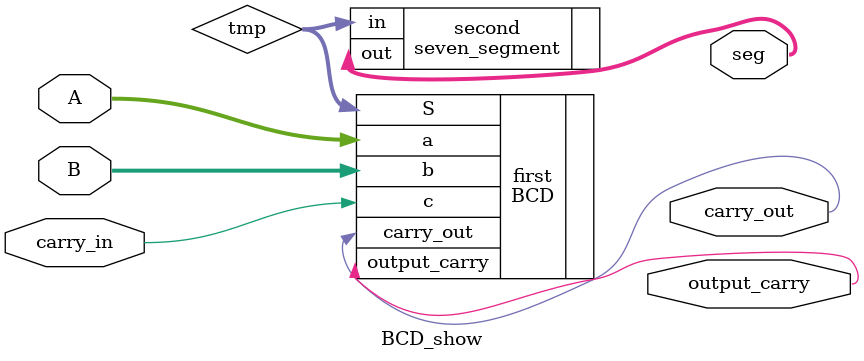
<source format=sv>
module BCD_show (
	input logic [3:0]A,
	input logic [3:0]B,
	input logic carry_in,
	output logic [6:0]seg,
	output logic output_carry,
	output logic carry_out
);

logic [3:0]tmp;
BCD first(
	.a(A),
	.b(B),
	.c(carry_in),
	.S(tmp),
	.output_carry(output_carry),
	.carry_out(carry_out)
);

seven_segment second(
	.in(tmp),
	.out(seg)
);

endmodule

</source>
